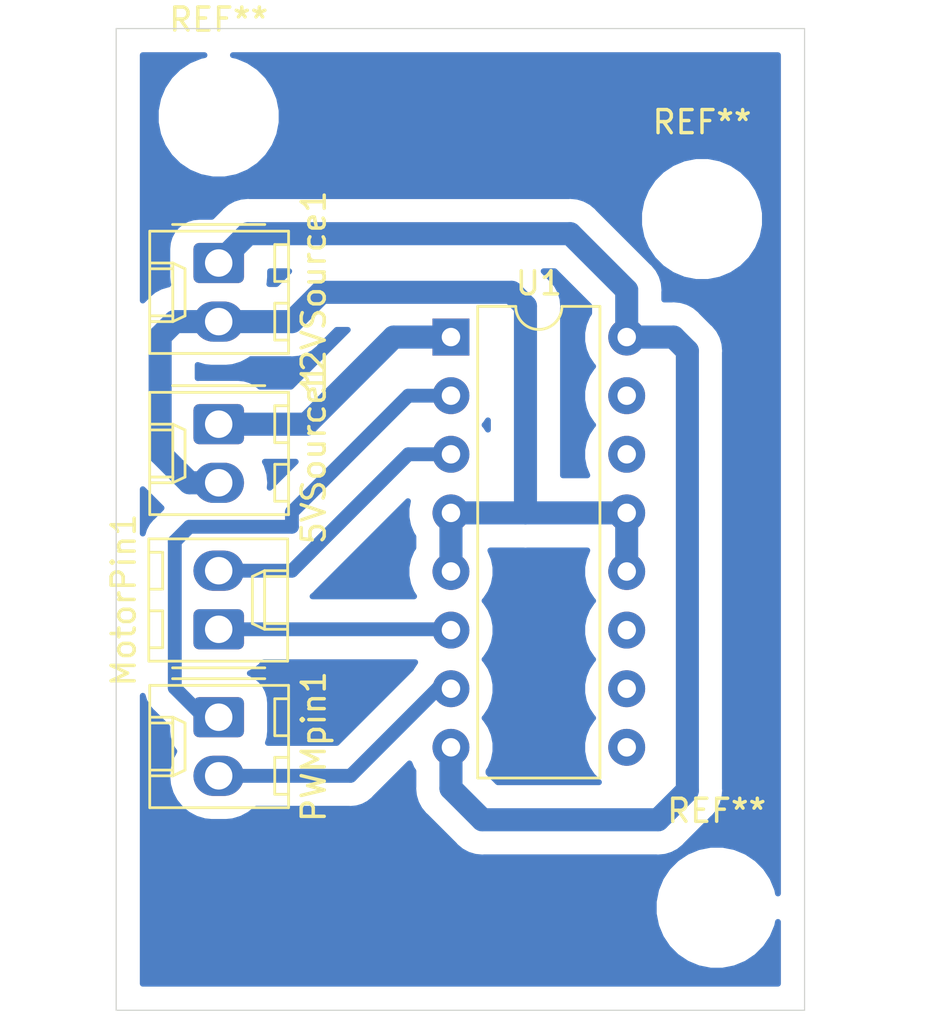
<source format=kicad_pcb>
(kicad_pcb (version 20171130) (host pcbnew "(5.1.12)-1")

  (general
    (thickness 1.6)
    (drawings 4)
    (tracks 44)
    (zones 0)
    (modules 8)
    (nets 13)
  )

  (page A4)
  (layers
    (0 F.Cu signal)
    (31 B.Cu signal)
    (32 B.Adhes user)
    (33 F.Adhes user)
    (34 B.Paste user)
    (35 F.Paste user)
    (36 B.SilkS user)
    (37 F.SilkS user)
    (38 B.Mask user)
    (39 F.Mask user)
    (40 Dwgs.User user)
    (41 Cmts.User user)
    (42 Eco1.User user)
    (43 Eco2.User user)
    (44 Edge.Cuts user)
    (45 Margin user)
    (46 B.CrtYd user)
    (47 F.CrtYd user)
    (48 B.Fab user)
    (49 F.Fab user)
  )

  (setup
    (last_trace_width 1)
    (user_trace_width 0.6)
    (user_trace_width 1)
    (trace_clearance 0.2)
    (zone_clearance 0.508)
    (zone_45_only no)
    (trace_min 0.2)
    (via_size 0.8)
    (via_drill 0.4)
    (via_min_size 0.4)
    (via_min_drill 0.3)
    (uvia_size 0.3)
    (uvia_drill 0.1)
    (uvias_allowed no)
    (uvia_min_size 0.2)
    (uvia_min_drill 0.1)
    (edge_width 0.05)
    (segment_width 0.2)
    (pcb_text_width 0.3)
    (pcb_text_size 1.5 1.5)
    (mod_edge_width 0.12)
    (mod_text_size 1 1)
    (mod_text_width 0.15)
    (pad_size 1.524 1.524)
    (pad_drill 0.762)
    (pad_to_mask_clearance 0)
    (aux_axis_origin 0 0)
    (visible_elements FFFFFF7F)
    (pcbplotparams
      (layerselection 0x010fc_ffffffff)
      (usegerberextensions false)
      (usegerberattributes true)
      (usegerberadvancedattributes true)
      (creategerberjobfile true)
      (excludeedgelayer true)
      (linewidth 0.100000)
      (plotframeref false)
      (viasonmask false)
      (mode 1)
      (useauxorigin false)
      (hpglpennumber 1)
      (hpglpenspeed 20)
      (hpglpendiameter 15.000000)
      (psnegative false)
      (psa4output false)
      (plotreference true)
      (plotvalue true)
      (plotinvisibletext false)
      (padsonsilk false)
      (subtractmaskfromsilk false)
      (outputformat 1)
      (mirror false)
      (drillshape 1)
      (scaleselection 1)
      (outputdirectory ""))
  )

  (net 0 "")
  (net 1 "Net-(12VSource1-Pad2)")
  (net 2 "Net-(12VSource1-Pad1)")
  (net 3 "Net-(5VSource1-Pad1)")
  (net 4 "Net-(MotorPin1-Pad2)")
  (net 5 "Net-(MotorPin1-Pad1)")
  (net 6 "Net-(PWMpin1-Pad2)")
  (net 7 "Net-(PWMpin1-Pad1)")
  (net 8 "Net-(U1-Pad15)")
  (net 9 "Net-(U1-Pad14)")
  (net 10 "Net-(U1-Pad11)")
  (net 11 "Net-(U1-Pad10)")
  (net 12 "Net-(U1-Pad9)")

  (net_class Default "This is the default net class."
    (clearance 0.2)
    (trace_width 0.25)
    (via_dia 0.8)
    (via_drill 0.4)
    (uvia_dia 0.3)
    (uvia_drill 0.1)
    (add_net "Net-(12VSource1-Pad1)")
    (add_net "Net-(12VSource1-Pad2)")
    (add_net "Net-(5VSource1-Pad1)")
    (add_net "Net-(MotorPin1-Pad1)")
    (add_net "Net-(MotorPin1-Pad2)")
    (add_net "Net-(PWMpin1-Pad1)")
    (add_net "Net-(PWMpin1-Pad2)")
    (add_net "Net-(U1-Pad10)")
    (add_net "Net-(U1-Pad11)")
    (add_net "Net-(U1-Pad14)")
    (add_net "Net-(U1-Pad15)")
    (add_net "Net-(U1-Pad9)")
  )

  (module MountingHole:MountingHole_3.2mm_M3 (layer F.Cu) (tedit 56D1B4CB) (tstamp 63518157)
    (at 158.115 113.665)
    (descr "Mounting Hole 3.2mm, no annular, M3")
    (tags "mounting hole 3.2mm no annular m3")
    (attr virtual)
    (fp_text reference REF** (at 0 -4.2) (layer F.SilkS)
      (effects (font (size 1 1) (thickness 0.15)))
    )
    (fp_text value MountingHole_3.2mm_M3 (at 0 4.2) (layer F.Fab)
      (effects (font (size 1 1) (thickness 0.15)))
    )
    (fp_circle (center 0 0) (end 3.2 0) (layer Cmts.User) (width 0.15))
    (fp_circle (center 0 0) (end 3.45 0) (layer F.CrtYd) (width 0.05))
    (fp_text user %R (at 0.3 0) (layer F.Fab)
      (effects (font (size 1 1) (thickness 0.15)))
    )
    (pad 1 np_thru_hole circle (at 0 0) (size 3.2 3.2) (drill 3.2) (layers *.Cu *.Mask))
  )

  (module MountingHole:MountingHole_3.2mm_M3 (layer F.Cu) (tedit 56D1B4CB) (tstamp 63518157)
    (at 136.525 79.375)
    (descr "Mounting Hole 3.2mm, no annular, M3")
    (tags "mounting hole 3.2mm no annular m3")
    (attr virtual)
    (fp_text reference REF** (at 0 -4.2) (layer F.SilkS)
      (effects (font (size 1 1) (thickness 0.15)))
    )
    (fp_text value MountingHole_3.2mm_M3 (at 0 4.2) (layer F.Fab)
      (effects (font (size 1 1) (thickness 0.15)))
    )
    (fp_circle (center 0 0) (end 3.2 0) (layer Cmts.User) (width 0.15))
    (fp_circle (center 0 0) (end 3.45 0) (layer F.CrtYd) (width 0.05))
    (fp_text user %R (at 0.3 0) (layer F.Fab)
      (effects (font (size 1 1) (thickness 0.15)))
    )
    (pad 1 np_thru_hole circle (at 0 0) (size 3.2 3.2) (drill 3.2) (layers *.Cu *.Mask))
  )

  (module MountingHole:MountingHole_3.2mm_M3 (layer F.Cu) (tedit 56D1B4CB) (tstamp 63518137)
    (at 157.48 83.82)
    (descr "Mounting Hole 3.2mm, no annular, M3")
    (tags "mounting hole 3.2mm no annular m3")
    (attr virtual)
    (fp_text reference REF** (at 0 -4.2) (layer F.SilkS)
      (effects (font (size 1 1) (thickness 0.15)))
    )
    (fp_text value MountingHole_3.2mm_M3 (at 0 4.2) (layer F.Fab)
      (effects (font (size 1 1) (thickness 0.15)))
    )
    (fp_text user %R (at 0.3 0) (layer F.Fab)
      (effects (font (size 1 1) (thickness 0.15)))
    )
    (fp_circle (center 0 0) (end 3.2 0) (layer Cmts.User) (width 0.15))
    (fp_circle (center 0 0) (end 3.45 0) (layer F.CrtYd) (width 0.05))
    (pad 1 np_thru_hole circle (at 0 0) (size 3.2 3.2) (drill 3.2) (layers *.Cu *.Mask))
  )

  (module Package_DIP:DIP-16_W7.62mm (layer F.Cu) (tedit 5A02E8C5) (tstamp 63517850)
    (at 146.595 88.935)
    (descr "16-lead though-hole mounted DIP package, row spacing 7.62 mm (300 mils)")
    (tags "THT DIP DIL PDIP 2.54mm 7.62mm 300mil")
    (path /63516B33)
    (fp_text reference U1 (at 3.81 -2.33) (layer F.SilkS)
      (effects (font (size 1 1) (thickness 0.15)))
    )
    (fp_text value L293D (at 3.81 20.11) (layer F.Fab)
      (effects (font (size 1 1) (thickness 0.15)))
    )
    (fp_text user %R (at 3.81 8.89) (layer F.Fab)
      (effects (font (size 1 1) (thickness 0.15)))
    )
    (fp_arc (start 3.81 -1.33) (end 2.81 -1.33) (angle -180) (layer F.SilkS) (width 0.12))
    (fp_line (start 1.635 -1.27) (end 6.985 -1.27) (layer F.Fab) (width 0.1))
    (fp_line (start 6.985 -1.27) (end 6.985 19.05) (layer F.Fab) (width 0.1))
    (fp_line (start 6.985 19.05) (end 0.635 19.05) (layer F.Fab) (width 0.1))
    (fp_line (start 0.635 19.05) (end 0.635 -0.27) (layer F.Fab) (width 0.1))
    (fp_line (start 0.635 -0.27) (end 1.635 -1.27) (layer F.Fab) (width 0.1))
    (fp_line (start 2.81 -1.33) (end 1.16 -1.33) (layer F.SilkS) (width 0.12))
    (fp_line (start 1.16 -1.33) (end 1.16 19.11) (layer F.SilkS) (width 0.12))
    (fp_line (start 1.16 19.11) (end 6.46 19.11) (layer F.SilkS) (width 0.12))
    (fp_line (start 6.46 19.11) (end 6.46 -1.33) (layer F.SilkS) (width 0.12))
    (fp_line (start 6.46 -1.33) (end 4.81 -1.33) (layer F.SilkS) (width 0.12))
    (fp_line (start -1.1 -1.55) (end -1.1 19.3) (layer F.CrtYd) (width 0.05))
    (fp_line (start -1.1 19.3) (end 8.7 19.3) (layer F.CrtYd) (width 0.05))
    (fp_line (start 8.7 19.3) (end 8.7 -1.55) (layer F.CrtYd) (width 0.05))
    (fp_line (start 8.7 -1.55) (end -1.1 -1.55) (layer F.CrtYd) (width 0.05))
    (pad 16 thru_hole oval (at 7.62 0) (size 1.6 1.6) (drill 0.8) (layers *.Cu *.Mask)
      (net 2 "Net-(12VSource1-Pad1)"))
    (pad 8 thru_hole oval (at 0 17.78) (size 1.6 1.6) (drill 0.8) (layers *.Cu *.Mask)
      (net 2 "Net-(12VSource1-Pad1)"))
    (pad 15 thru_hole oval (at 7.62 2.54) (size 1.6 1.6) (drill 0.8) (layers *.Cu *.Mask)
      (net 8 "Net-(U1-Pad15)"))
    (pad 7 thru_hole oval (at 0 15.24) (size 1.6 1.6) (drill 0.8) (layers *.Cu *.Mask)
      (net 6 "Net-(PWMpin1-Pad2)"))
    (pad 14 thru_hole oval (at 7.62 5.08) (size 1.6 1.6) (drill 0.8) (layers *.Cu *.Mask)
      (net 9 "Net-(U1-Pad14)"))
    (pad 6 thru_hole oval (at 0 12.7) (size 1.6 1.6) (drill 0.8) (layers *.Cu *.Mask)
      (net 5 "Net-(MotorPin1-Pad1)"))
    (pad 13 thru_hole oval (at 7.62 7.62) (size 1.6 1.6) (drill 0.8) (layers *.Cu *.Mask)
      (net 1 "Net-(12VSource1-Pad2)"))
    (pad 5 thru_hole oval (at 0 10.16) (size 1.6 1.6) (drill 0.8) (layers *.Cu *.Mask)
      (net 1 "Net-(12VSource1-Pad2)"))
    (pad 12 thru_hole oval (at 7.62 10.16) (size 1.6 1.6) (drill 0.8) (layers *.Cu *.Mask)
      (net 1 "Net-(12VSource1-Pad2)"))
    (pad 4 thru_hole oval (at 0 7.62) (size 1.6 1.6) (drill 0.8) (layers *.Cu *.Mask)
      (net 1 "Net-(12VSource1-Pad2)"))
    (pad 11 thru_hole oval (at 7.62 12.7) (size 1.6 1.6) (drill 0.8) (layers *.Cu *.Mask)
      (net 10 "Net-(U1-Pad11)"))
    (pad 3 thru_hole oval (at 0 5.08) (size 1.6 1.6) (drill 0.8) (layers *.Cu *.Mask)
      (net 4 "Net-(MotorPin1-Pad2)"))
    (pad 10 thru_hole oval (at 7.62 15.24) (size 1.6 1.6) (drill 0.8) (layers *.Cu *.Mask)
      (net 11 "Net-(U1-Pad10)"))
    (pad 2 thru_hole oval (at 0 2.54) (size 1.6 1.6) (drill 0.8) (layers *.Cu *.Mask)
      (net 7 "Net-(PWMpin1-Pad1)"))
    (pad 9 thru_hole oval (at 7.62 17.78) (size 1.6 1.6) (drill 0.8) (layers *.Cu *.Mask)
      (net 12 "Net-(U1-Pad9)"))
    (pad 1 thru_hole rect (at 0 0) (size 1.6 1.6) (drill 0.8) (layers *.Cu *.Mask)
      (net 3 "Net-(5VSource1-Pad1)"))
    (model ${KISYS3DMOD}/Package_DIP.3dshapes/DIP-16_W7.62mm.wrl
      (at (xyz 0 0 0))
      (scale (xyz 1 1 1))
      (rotate (xyz 0 0 0))
    )
  )

  (module Connector_Molex:Molex_KK-254_AE-6410-02A_1x02_P2.54mm_Vertical (layer F.Cu) (tedit 5EA53D3B) (tstamp 6351782C)
    (at 136.525 105.41 270)
    (descr "Molex KK-254 Interconnect System, old/engineering part number: AE-6410-02A example for new part number: 22-27-2021, 2 Pins (http://www.molex.com/pdm_docs/sd/022272021_sd.pdf), generated with kicad-footprint-generator")
    (tags "connector Molex KK-254 vertical")
    (path /63518C42)
    (fp_text reference PWMpin1 (at 1.27 -4.12 90) (layer F.SilkS)
      (effects (font (size 1 1) (thickness 0.15)))
    )
    (fp_text value Conn_01x02_Male (at 1.27 4.08 90) (layer F.Fab)
      (effects (font (size 1 1) (thickness 0.15)))
    )
    (fp_text user %R (at 1.27 -2.22 90) (layer F.Fab)
      (effects (font (size 1 1) (thickness 0.15)))
    )
    (fp_line (start -1.27 -2.92) (end -1.27 2.88) (layer F.Fab) (width 0.1))
    (fp_line (start -1.27 2.88) (end 3.81 2.88) (layer F.Fab) (width 0.1))
    (fp_line (start 3.81 2.88) (end 3.81 -2.92) (layer F.Fab) (width 0.1))
    (fp_line (start 3.81 -2.92) (end -1.27 -2.92) (layer F.Fab) (width 0.1))
    (fp_line (start -1.38 -3.03) (end -1.38 2.99) (layer F.SilkS) (width 0.12))
    (fp_line (start -1.38 2.99) (end 3.92 2.99) (layer F.SilkS) (width 0.12))
    (fp_line (start 3.92 2.99) (end 3.92 -3.03) (layer F.SilkS) (width 0.12))
    (fp_line (start 3.92 -3.03) (end -1.38 -3.03) (layer F.SilkS) (width 0.12))
    (fp_line (start -1.67 -2) (end -1.67 2) (layer F.SilkS) (width 0.12))
    (fp_line (start -1.27 -0.5) (end -0.562893 0) (layer F.Fab) (width 0.1))
    (fp_line (start -0.562893 0) (end -1.27 0.5) (layer F.Fab) (width 0.1))
    (fp_line (start 0 2.99) (end 0 1.99) (layer F.SilkS) (width 0.12))
    (fp_line (start 0 1.99) (end 2.54 1.99) (layer F.SilkS) (width 0.12))
    (fp_line (start 2.54 1.99) (end 2.54 2.99) (layer F.SilkS) (width 0.12))
    (fp_line (start 0 1.99) (end 0.25 1.46) (layer F.SilkS) (width 0.12))
    (fp_line (start 0.25 1.46) (end 2.29 1.46) (layer F.SilkS) (width 0.12))
    (fp_line (start 2.29 1.46) (end 2.54 1.99) (layer F.SilkS) (width 0.12))
    (fp_line (start 0.25 2.99) (end 0.25 1.99) (layer F.SilkS) (width 0.12))
    (fp_line (start 2.29 2.99) (end 2.29 1.99) (layer F.SilkS) (width 0.12))
    (fp_line (start -0.8 -3.03) (end -0.8 -2.43) (layer F.SilkS) (width 0.12))
    (fp_line (start -0.8 -2.43) (end 0.8 -2.43) (layer F.SilkS) (width 0.12))
    (fp_line (start 0.8 -2.43) (end 0.8 -3.03) (layer F.SilkS) (width 0.12))
    (fp_line (start 1.74 -3.03) (end 1.74 -2.43) (layer F.SilkS) (width 0.12))
    (fp_line (start 1.74 -2.43) (end 3.34 -2.43) (layer F.SilkS) (width 0.12))
    (fp_line (start 3.34 -2.43) (end 3.34 -3.03) (layer F.SilkS) (width 0.12))
    (fp_line (start -1.77 -3.42) (end -1.77 3.38) (layer F.CrtYd) (width 0.05))
    (fp_line (start -1.77 3.38) (end 4.31 3.38) (layer F.CrtYd) (width 0.05))
    (fp_line (start 4.31 3.38) (end 4.31 -3.42) (layer F.CrtYd) (width 0.05))
    (fp_line (start 4.31 -3.42) (end -1.77 -3.42) (layer F.CrtYd) (width 0.05))
    (pad 2 thru_hole oval (at 2.54 0 270) (size 1.74 2.19) (drill 1.19) (layers *.Cu *.Mask)
      (net 6 "Net-(PWMpin1-Pad2)"))
    (pad 1 thru_hole roundrect (at 0 0 270) (size 1.74 2.19) (drill 1.19) (layers *.Cu *.Mask) (roundrect_rratio 0.143678)
      (net 7 "Net-(PWMpin1-Pad1)"))
    (model ${KISYS3DMOD}/Connector_Molex.3dshapes/Molex_KK-254_AE-6410-02A_1x02_P2.54mm_Vertical.wrl
      (at (xyz 0 0 0))
      (scale (xyz 1 1 1))
      (rotate (xyz 0 0 0))
    )
  )

  (module Connector_Molex:Molex_KK-254_AE-6410-02A_1x02_P2.54mm_Vertical (layer F.Cu) (tedit 5EA53D3B) (tstamp 63517808)
    (at 136.525 101.6 90)
    (descr "Molex KK-254 Interconnect System, old/engineering part number: AE-6410-02A example for new part number: 22-27-2021, 2 Pins (http://www.molex.com/pdm_docs/sd/022272021_sd.pdf), generated with kicad-footprint-generator")
    (tags "connector Molex KK-254 vertical")
    (path /6351A1A5)
    (fp_text reference MotorPin1 (at 1.27 -4.12 90) (layer F.SilkS)
      (effects (font (size 1 1) (thickness 0.15)))
    )
    (fp_text value Conn_01x02_Male (at 1.27 4.08 90) (layer F.Fab)
      (effects (font (size 1 1) (thickness 0.15)))
    )
    (fp_text user %R (at 1.27 -2.22 90) (layer F.Fab)
      (effects (font (size 1 1) (thickness 0.15)))
    )
    (fp_line (start -1.27 -2.92) (end -1.27 2.88) (layer F.Fab) (width 0.1))
    (fp_line (start -1.27 2.88) (end 3.81 2.88) (layer F.Fab) (width 0.1))
    (fp_line (start 3.81 2.88) (end 3.81 -2.92) (layer F.Fab) (width 0.1))
    (fp_line (start 3.81 -2.92) (end -1.27 -2.92) (layer F.Fab) (width 0.1))
    (fp_line (start -1.38 -3.03) (end -1.38 2.99) (layer F.SilkS) (width 0.12))
    (fp_line (start -1.38 2.99) (end 3.92 2.99) (layer F.SilkS) (width 0.12))
    (fp_line (start 3.92 2.99) (end 3.92 -3.03) (layer F.SilkS) (width 0.12))
    (fp_line (start 3.92 -3.03) (end -1.38 -3.03) (layer F.SilkS) (width 0.12))
    (fp_line (start -1.67 -2) (end -1.67 2) (layer F.SilkS) (width 0.12))
    (fp_line (start -1.27 -0.5) (end -0.562893 0) (layer F.Fab) (width 0.1))
    (fp_line (start -0.562893 0) (end -1.27 0.5) (layer F.Fab) (width 0.1))
    (fp_line (start 0 2.99) (end 0 1.99) (layer F.SilkS) (width 0.12))
    (fp_line (start 0 1.99) (end 2.54 1.99) (layer F.SilkS) (width 0.12))
    (fp_line (start 2.54 1.99) (end 2.54 2.99) (layer F.SilkS) (width 0.12))
    (fp_line (start 0 1.99) (end 0.25 1.46) (layer F.SilkS) (width 0.12))
    (fp_line (start 0.25 1.46) (end 2.29 1.46) (layer F.SilkS) (width 0.12))
    (fp_line (start 2.29 1.46) (end 2.54 1.99) (layer F.SilkS) (width 0.12))
    (fp_line (start 0.25 2.99) (end 0.25 1.99) (layer F.SilkS) (width 0.12))
    (fp_line (start 2.29 2.99) (end 2.29 1.99) (layer F.SilkS) (width 0.12))
    (fp_line (start -0.8 -3.03) (end -0.8 -2.43) (layer F.SilkS) (width 0.12))
    (fp_line (start -0.8 -2.43) (end 0.8 -2.43) (layer F.SilkS) (width 0.12))
    (fp_line (start 0.8 -2.43) (end 0.8 -3.03) (layer F.SilkS) (width 0.12))
    (fp_line (start 1.74 -3.03) (end 1.74 -2.43) (layer F.SilkS) (width 0.12))
    (fp_line (start 1.74 -2.43) (end 3.34 -2.43) (layer F.SilkS) (width 0.12))
    (fp_line (start 3.34 -2.43) (end 3.34 -3.03) (layer F.SilkS) (width 0.12))
    (fp_line (start -1.77 -3.42) (end -1.77 3.38) (layer F.CrtYd) (width 0.05))
    (fp_line (start -1.77 3.38) (end 4.31 3.38) (layer F.CrtYd) (width 0.05))
    (fp_line (start 4.31 3.38) (end 4.31 -3.42) (layer F.CrtYd) (width 0.05))
    (fp_line (start 4.31 -3.42) (end -1.77 -3.42) (layer F.CrtYd) (width 0.05))
    (pad 2 thru_hole oval (at 2.54 0 90) (size 1.74 2.19) (drill 1.19) (layers *.Cu *.Mask)
      (net 4 "Net-(MotorPin1-Pad2)"))
    (pad 1 thru_hole roundrect (at 0 0 90) (size 1.74 2.19) (drill 1.19) (layers *.Cu *.Mask) (roundrect_rratio 0.143678)
      (net 5 "Net-(MotorPin1-Pad1)"))
    (model ${KISYS3DMOD}/Connector_Molex.3dshapes/Molex_KK-254_AE-6410-02A_1x02_P2.54mm_Vertical.wrl
      (at (xyz 0 0 0))
      (scale (xyz 1 1 1))
      (rotate (xyz 0 0 0))
    )
  )

  (module Connector_Molex:Molex_KK-254_AE-6410-02A_1x02_P2.54mm_Vertical (layer F.Cu) (tedit 5EA53D3B) (tstamp 635177E4)
    (at 136.525 92.71 270)
    (descr "Molex KK-254 Interconnect System, old/engineering part number: AE-6410-02A example for new part number: 22-27-2021, 2 Pins (http://www.molex.com/pdm_docs/sd/022272021_sd.pdf), generated with kicad-footprint-generator")
    (tags "connector Molex KK-254 vertical")
    (path /6351845C)
    (fp_text reference 5VSource1 (at 1.27 -4.12 90) (layer F.SilkS)
      (effects (font (size 1 1) (thickness 0.15)))
    )
    (fp_text value Conn_01x02_Male (at 1.27 4.08 90) (layer F.Fab)
      (effects (font (size 1 1) (thickness 0.15)))
    )
    (fp_text user %R (at 1.27 -2.22 90) (layer F.Fab)
      (effects (font (size 1 1) (thickness 0.15)))
    )
    (fp_line (start -1.27 -2.92) (end -1.27 2.88) (layer F.Fab) (width 0.1))
    (fp_line (start -1.27 2.88) (end 3.81 2.88) (layer F.Fab) (width 0.1))
    (fp_line (start 3.81 2.88) (end 3.81 -2.92) (layer F.Fab) (width 0.1))
    (fp_line (start 3.81 -2.92) (end -1.27 -2.92) (layer F.Fab) (width 0.1))
    (fp_line (start -1.38 -3.03) (end -1.38 2.99) (layer F.SilkS) (width 0.12))
    (fp_line (start -1.38 2.99) (end 3.92 2.99) (layer F.SilkS) (width 0.12))
    (fp_line (start 3.92 2.99) (end 3.92 -3.03) (layer F.SilkS) (width 0.12))
    (fp_line (start 3.92 -3.03) (end -1.38 -3.03) (layer F.SilkS) (width 0.12))
    (fp_line (start -1.67 -2) (end -1.67 2) (layer F.SilkS) (width 0.12))
    (fp_line (start -1.27 -0.5) (end -0.562893 0) (layer F.Fab) (width 0.1))
    (fp_line (start -0.562893 0) (end -1.27 0.5) (layer F.Fab) (width 0.1))
    (fp_line (start 0 2.99) (end 0 1.99) (layer F.SilkS) (width 0.12))
    (fp_line (start 0 1.99) (end 2.54 1.99) (layer F.SilkS) (width 0.12))
    (fp_line (start 2.54 1.99) (end 2.54 2.99) (layer F.SilkS) (width 0.12))
    (fp_line (start 0 1.99) (end 0.25 1.46) (layer F.SilkS) (width 0.12))
    (fp_line (start 0.25 1.46) (end 2.29 1.46) (layer F.SilkS) (width 0.12))
    (fp_line (start 2.29 1.46) (end 2.54 1.99) (layer F.SilkS) (width 0.12))
    (fp_line (start 0.25 2.99) (end 0.25 1.99) (layer F.SilkS) (width 0.12))
    (fp_line (start 2.29 2.99) (end 2.29 1.99) (layer F.SilkS) (width 0.12))
    (fp_line (start -0.8 -3.03) (end -0.8 -2.43) (layer F.SilkS) (width 0.12))
    (fp_line (start -0.8 -2.43) (end 0.8 -2.43) (layer F.SilkS) (width 0.12))
    (fp_line (start 0.8 -2.43) (end 0.8 -3.03) (layer F.SilkS) (width 0.12))
    (fp_line (start 1.74 -3.03) (end 1.74 -2.43) (layer F.SilkS) (width 0.12))
    (fp_line (start 1.74 -2.43) (end 3.34 -2.43) (layer F.SilkS) (width 0.12))
    (fp_line (start 3.34 -2.43) (end 3.34 -3.03) (layer F.SilkS) (width 0.12))
    (fp_line (start -1.77 -3.42) (end -1.77 3.38) (layer F.CrtYd) (width 0.05))
    (fp_line (start -1.77 3.38) (end 4.31 3.38) (layer F.CrtYd) (width 0.05))
    (fp_line (start 4.31 3.38) (end 4.31 -3.42) (layer F.CrtYd) (width 0.05))
    (fp_line (start 4.31 -3.42) (end -1.77 -3.42) (layer F.CrtYd) (width 0.05))
    (pad 2 thru_hole oval (at 2.54 0 270) (size 1.74 2.19) (drill 1.19) (layers *.Cu *.Mask)
      (net 1 "Net-(12VSource1-Pad2)"))
    (pad 1 thru_hole roundrect (at 0 0 270) (size 1.74 2.19) (drill 1.19) (layers *.Cu *.Mask) (roundrect_rratio 0.143678)
      (net 3 "Net-(5VSource1-Pad1)"))
    (model ${KISYS3DMOD}/Connector_Molex.3dshapes/Molex_KK-254_AE-6410-02A_1x02_P2.54mm_Vertical.wrl
      (at (xyz 0 0 0))
      (scale (xyz 1 1 1))
      (rotate (xyz 0 0 0))
    )
  )

  (module Connector_Molex:Molex_KK-254_AE-6410-02A_1x02_P2.54mm_Vertical (layer F.Cu) (tedit 5EA53D3B) (tstamp 635177C0)
    (at 136.525 85.725 270)
    (descr "Molex KK-254 Interconnect System, old/engineering part number: AE-6410-02A example for new part number: 22-27-2021, 2 Pins (http://www.molex.com/pdm_docs/sd/022272021_sd.pdf), generated with kicad-footprint-generator")
    (tags "connector Molex KK-254 vertical")
    (path /6351794D)
    (fp_text reference 12VSource1 (at 1.27 -4.12 90) (layer F.SilkS)
      (effects (font (size 1 1) (thickness 0.15)))
    )
    (fp_text value Conn_01x02_Male (at 1.27 4.08 90) (layer F.Fab)
      (effects (font (size 1 1) (thickness 0.15)))
    )
    (fp_text user %R (at 1.27 -2.22 90) (layer F.Fab)
      (effects (font (size 1 1) (thickness 0.15)))
    )
    (fp_line (start -1.27 -2.92) (end -1.27 2.88) (layer F.Fab) (width 0.1))
    (fp_line (start -1.27 2.88) (end 3.81 2.88) (layer F.Fab) (width 0.1))
    (fp_line (start 3.81 2.88) (end 3.81 -2.92) (layer F.Fab) (width 0.1))
    (fp_line (start 3.81 -2.92) (end -1.27 -2.92) (layer F.Fab) (width 0.1))
    (fp_line (start -1.38 -3.03) (end -1.38 2.99) (layer F.SilkS) (width 0.12))
    (fp_line (start -1.38 2.99) (end 3.92 2.99) (layer F.SilkS) (width 0.12))
    (fp_line (start 3.92 2.99) (end 3.92 -3.03) (layer F.SilkS) (width 0.12))
    (fp_line (start 3.92 -3.03) (end -1.38 -3.03) (layer F.SilkS) (width 0.12))
    (fp_line (start -1.67 -2) (end -1.67 2) (layer F.SilkS) (width 0.12))
    (fp_line (start -1.27 -0.5) (end -0.562893 0) (layer F.Fab) (width 0.1))
    (fp_line (start -0.562893 0) (end -1.27 0.5) (layer F.Fab) (width 0.1))
    (fp_line (start 0 2.99) (end 0 1.99) (layer F.SilkS) (width 0.12))
    (fp_line (start 0 1.99) (end 2.54 1.99) (layer F.SilkS) (width 0.12))
    (fp_line (start 2.54 1.99) (end 2.54 2.99) (layer F.SilkS) (width 0.12))
    (fp_line (start 0 1.99) (end 0.25 1.46) (layer F.SilkS) (width 0.12))
    (fp_line (start 0.25 1.46) (end 2.29 1.46) (layer F.SilkS) (width 0.12))
    (fp_line (start 2.29 1.46) (end 2.54 1.99) (layer F.SilkS) (width 0.12))
    (fp_line (start 0.25 2.99) (end 0.25 1.99) (layer F.SilkS) (width 0.12))
    (fp_line (start 2.29 2.99) (end 2.29 1.99) (layer F.SilkS) (width 0.12))
    (fp_line (start -0.8 -3.03) (end -0.8 -2.43) (layer F.SilkS) (width 0.12))
    (fp_line (start -0.8 -2.43) (end 0.8 -2.43) (layer F.SilkS) (width 0.12))
    (fp_line (start 0.8 -2.43) (end 0.8 -3.03) (layer F.SilkS) (width 0.12))
    (fp_line (start 1.74 -3.03) (end 1.74 -2.43) (layer F.SilkS) (width 0.12))
    (fp_line (start 1.74 -2.43) (end 3.34 -2.43) (layer F.SilkS) (width 0.12))
    (fp_line (start 3.34 -2.43) (end 3.34 -3.03) (layer F.SilkS) (width 0.12))
    (fp_line (start -1.77 -3.42) (end -1.77 3.38) (layer F.CrtYd) (width 0.05))
    (fp_line (start -1.77 3.38) (end 4.31 3.38) (layer F.CrtYd) (width 0.05))
    (fp_line (start 4.31 3.38) (end 4.31 -3.42) (layer F.CrtYd) (width 0.05))
    (fp_line (start 4.31 -3.42) (end -1.77 -3.42) (layer F.CrtYd) (width 0.05))
    (pad 2 thru_hole oval (at 2.54 0 270) (size 1.74 2.19) (drill 1.19) (layers *.Cu *.Mask)
      (net 1 "Net-(12VSource1-Pad2)"))
    (pad 1 thru_hole roundrect (at 0 0 270) (size 1.74 2.19) (drill 1.19) (layers *.Cu *.Mask) (roundrect_rratio 0.143678)
      (net 2 "Net-(12VSource1-Pad1)"))
    (model ${KISYS3DMOD}/Connector_Molex.3dshapes/Molex_KK-254_AE-6410-02A_1x02_P2.54mm_Vertical.wrl
      (at (xyz 0 0 0))
      (scale (xyz 1 1 1))
      (rotate (xyz 0 0 0))
    )
  )

  (gr_line (start 161.925 75.565) (end 161.925 118.11) (layer Edge.Cuts) (width 0.05) (tstamp 63518170))
  (gr_line (start 132.08 75.565) (end 161.925 75.565) (layer Edge.Cuts) (width 0.05))
  (gr_line (start 132.08 118.11) (end 132.08 75.565) (layer Edge.Cuts) (width 0.05))
  (gr_line (start 161.925 118.11) (end 132.08 118.11) (layer Edge.Cuts) (width 0.05))

  (segment (start 146.595 99.095) (end 146.595 96.555) (width 1) (layer B.Cu) (net 1))
  (segment (start 154.215 99.095) (end 154.215 96.555) (width 1) (layer B.Cu) (net 1))
  (segment (start 149.825 96.555) (end 149.825 87.595) (width 1) (layer B.Cu) (net 1))
  (segment (start 154.215 96.555) (end 149.825 96.555) (width 1) (layer B.Cu) (net 1))
  (segment (start 149.825 96.555) (end 146.595 96.555) (width 1) (layer B.Cu) (net 1))
  (segment (start 149.825 87.595) (end 149.225 86.995) (width 1) (layer B.Cu) (net 1))
  (segment (start 149.225 86.995) (end 140.97 86.995) (width 1) (layer B.Cu) (net 1))
  (segment (start 139.7 88.265) (end 136.525 88.265) (width 1) (layer B.Cu) (net 1))
  (segment (start 140.97 86.995) (end 139.7 88.265) (width 1) (layer B.Cu) (net 1))
  (segment (start 136.525 88.265) (end 134.62 88.265) (width 1) (layer B.Cu) (net 1))
  (segment (start 134.62 88.265) (end 133.985 88.9) (width 1) (layer B.Cu) (net 1))
  (segment (start 133.985 88.9) (end 133.985 93.98) (width 1) (layer B.Cu) (net 1))
  (segment (start 135.255 95.25) (end 136.525 95.25) (width 1) (layer B.Cu) (net 1))
  (segment (start 133.985 93.98) (end 135.255 95.25) (width 1) (layer B.Cu) (net 1))
  (segment (start 146.595 106.715) (end 146.595 108.495) (width 1) (layer B.Cu) (net 2))
  (segment (start 146.595 108.495) (end 147.955 109.855) (width 1) (layer B.Cu) (net 2))
  (segment (start 147.955 109.855) (end 155.575 109.855) (width 1) (layer B.Cu) (net 2))
  (segment (start 155.575 109.855) (end 156.845 108.585) (width 1) (layer B.Cu) (net 2))
  (segment (start 156.845 108.585) (end 156.845 89.535) (width 1) (layer B.Cu) (net 2))
  (segment (start 156.245 88.935) (end 154.215 88.935) (width 1) (layer B.Cu) (net 2))
  (segment (start 156.845 89.535) (end 156.245 88.935) (width 1) (layer B.Cu) (net 2))
  (segment (start 154.215 86.905) (end 154.215 88.935) (width 1) (layer B.Cu) (net 2))
  (segment (start 151.765 84.455) (end 154.215 86.905) (width 1) (layer B.Cu) (net 2))
  (segment (start 137.795 84.455) (end 151.765 84.455) (width 1) (layer B.Cu) (net 2))
  (segment (start 136.525 85.725) (end 137.795 84.455) (width 1) (layer B.Cu) (net 2))
  (segment (start 136.525 92.71) (end 140.335 92.71) (width 1) (layer B.Cu) (net 3))
  (segment (start 144.11 88.935) (end 146.595 88.935) (width 1) (layer B.Cu) (net 3))
  (segment (start 140.335 92.71) (end 144.11 88.935) (width 1) (layer B.Cu) (net 3))
  (segment (start 136.525 99.06) (end 139.7 99.06) (width 0.6) (layer B.Cu) (net 4))
  (segment (start 144.745 94.015) (end 146.595 94.015) (width 0.6) (layer B.Cu) (net 4))
  (segment (start 139.7 99.06) (end 144.745 94.015) (width 0.6) (layer B.Cu) (net 4))
  (segment (start 146.56 101.6) (end 146.595 101.635) (width 0.6) (layer B.Cu) (net 5))
  (segment (start 136.525 101.6) (end 146.56 101.6) (width 0.6) (layer B.Cu) (net 5))
  (segment (start 146.015 104.175) (end 146.595 104.175) (width 0.6) (layer B.Cu) (net 6))
  (segment (start 142.24 107.95) (end 146.015 104.175) (width 0.6) (layer B.Cu) (net 6))
  (segment (start 136.525 107.95) (end 142.24 107.95) (width 0.6) (layer B.Cu) (net 6))
  (segment (start 136.525 105.41) (end 135.89 105.41) (width 0.6) (layer B.Cu) (net 7))
  (segment (start 135.89 105.41) (end 134.62 104.14) (width 0.6) (layer B.Cu) (net 7))
  (segment (start 134.62 104.14) (end 134.62 97.79) (width 0.6) (layer B.Cu) (net 7))
  (segment (start 134.62 97.79) (end 135.255 97.155) (width 0.6) (layer B.Cu) (net 7))
  (segment (start 135.255 97.155) (end 139.7 97.155) (width 0.6) (layer B.Cu) (net 7))
  (segment (start 139.7 97.155) (end 139.7 96.52) (width 0.6) (layer B.Cu) (net 7))
  (segment (start 144.745 91.475) (end 146.595 91.475) (width 0.6) (layer B.Cu) (net 7))
  (segment (start 139.7 96.52) (end 144.745 91.475) (width 0.6) (layer B.Cu) (net 7))

  (zone (net 0) (net_name "") (layer B.Cu) (tstamp 0) (hatch edge 0.508)
    (connect_pads (clearance 1))
    (min_thickness 0.254)
    (fill yes (arc_segments 32) (thermal_gap 0.508) (thermal_bridge_width 0.508))
    (polygon
      (pts
        (xy 161.925 118.11) (xy 132.08 118.11) (xy 132.08 75.565) (xy 161.925 75.565)
      )
    )
    (filled_polygon
      (pts
        (xy 135.729563 76.752797) (xy 135.233281 76.958364) (xy 134.786639 77.256801) (xy 134.406801 77.636639) (xy 134.108364 78.083281)
        (xy 133.902797 78.579563) (xy 133.798 79.106414) (xy 133.798 79.643586) (xy 133.902797 80.170437) (xy 134.108364 80.666719)
        (xy 134.406801 81.113361) (xy 134.786639 81.493199) (xy 135.233281 81.791636) (xy 135.729563 81.997203) (xy 136.256414 82.102)
        (xy 136.793586 82.102) (xy 137.320437 81.997203) (xy 137.816719 81.791636) (xy 138.263361 81.493199) (xy 138.643199 81.113361)
        (xy 138.941636 80.666719) (xy 139.147203 80.170437) (xy 139.252 79.643586) (xy 139.252 79.106414) (xy 139.147203 78.579563)
        (xy 138.941636 78.083281) (xy 138.643199 77.636639) (xy 138.263361 77.256801) (xy 137.816719 76.958364) (xy 137.320437 76.752797)
        (xy 137.140473 76.717) (xy 160.773 76.717) (xy 160.773001 113.049531) (xy 160.737203 112.869563) (xy 160.531636 112.373281)
        (xy 160.233199 111.926639) (xy 159.853361 111.546801) (xy 159.406719 111.248364) (xy 158.910437 111.042797) (xy 158.383586 110.938)
        (xy 157.846414 110.938) (xy 157.319563 111.042797) (xy 156.823281 111.248364) (xy 156.376639 111.546801) (xy 155.996801 111.926639)
        (xy 155.698364 112.373281) (xy 155.492797 112.869563) (xy 155.388 113.396414) (xy 155.388 113.933586) (xy 155.492797 114.460437)
        (xy 155.698364 114.956719) (xy 155.996801 115.403361) (xy 156.376639 115.783199) (xy 156.823281 116.081636) (xy 157.319563 116.287203)
        (xy 157.846414 116.392) (xy 158.383586 116.392) (xy 158.910437 116.287203) (xy 159.406719 116.081636) (xy 159.853361 115.783199)
        (xy 160.233199 115.403361) (xy 160.531636 114.956719) (xy 160.737203 114.460437) (xy 160.773001 114.280468) (xy 160.773001 116.958)
        (xy 133.232 116.958) (xy 133.232 104.480239) (xy 133.295245 104.68873) (xy 133.427752 104.936633) (xy 133.460641 104.976708)
        (xy 133.561392 105.099474) (xy 133.561395 105.099477) (xy 133.606077 105.153922) (xy 133.660523 105.198605) (xy 134.297547 105.835629)
        (xy 134.297547 106.030001) (xy 134.32411 106.299704) (xy 134.40278 106.559042) (xy 134.530532 106.79805) (xy 134.603701 106.887207)
        (xy 134.446086 107.182084) (xy 134.331895 107.55852) (xy 134.293338 107.95) (xy 134.331895 108.34148) (xy 134.446086 108.717916)
        (xy 134.631522 109.064842) (xy 134.881076 109.368924) (xy 135.185158 109.618478) (xy 135.532084 109.803914) (xy 135.90852 109.918105)
        (xy 136.201899 109.947) (xy 136.848101 109.947) (xy 137.14148 109.918105) (xy 137.517916 109.803914) (xy 137.864842 109.618478)
        (xy 138.159083 109.377) (xy 142.169912 109.377) (xy 142.24 109.383903) (xy 142.310088 109.377) (xy 142.310098 109.377)
        (xy 142.519741 109.356352) (xy 142.788731 109.274755) (xy 143.036634 109.142248) (xy 143.253923 108.963923) (xy 143.298609 108.909473)
        (xy 144.797394 107.410689) (xy 144.887315 107.627777) (xy 144.968 107.748531) (xy 144.968 108.415086) (xy 144.960129 108.495)
        (xy 144.968 108.574914) (xy 144.968 108.574925) (xy 144.984913 108.746634) (xy 144.991543 108.813947) (xy 145.084576 109.120638)
        (xy 145.235654 109.403285) (xy 145.388022 109.588947) (xy 145.388026 109.588951) (xy 145.438972 109.651029) (xy 145.50105 109.701975)
        (xy 146.74802 110.948945) (xy 146.798971 111.011029) (xy 146.861053 111.061978) (xy 147.046713 111.214346) (xy 147.32936 111.365424)
        (xy 147.329362 111.365425) (xy 147.636052 111.458458) (xy 147.875075 111.482) (xy 147.875085 111.482) (xy 147.954999 111.489871)
        (xy 148.034914 111.482) (xy 155.495086 111.482) (xy 155.575 111.489871) (xy 155.654914 111.482) (xy 155.654925 111.482)
        (xy 155.893948 111.458458) (xy 156.200638 111.365425) (xy 156.483286 111.214346) (xy 156.731029 111.011029) (xy 156.781979 110.948946)
        (xy 157.938952 109.791974) (xy 158.001029 109.741029) (xy 158.051975 109.678951) (xy 158.051978 109.678948) (xy 158.204346 109.493286)
        (xy 158.355424 109.21064) (xy 158.355425 109.210637) (xy 158.448458 108.903948) (xy 158.472 108.664925) (xy 158.472 108.664915)
        (xy 158.479871 108.585001) (xy 158.472 108.505086) (xy 158.472 89.614914) (xy 158.479871 89.534999) (xy 158.472 89.455085)
        (xy 158.472 89.455075) (xy 158.448458 89.216052) (xy 158.355425 88.909362) (xy 158.204346 88.626714) (xy 158.001029 88.378971)
        (xy 157.938945 88.32802) (xy 157.45198 87.841055) (xy 157.401029 87.778971) (xy 157.153286 87.575654) (xy 156.870638 87.424575)
        (xy 156.563948 87.331542) (xy 156.324925 87.308) (xy 156.324914 87.308) (xy 156.245 87.300129) (xy 156.165086 87.308)
        (xy 155.842 87.308) (xy 155.842 86.984914) (xy 155.849871 86.904999) (xy 155.842 86.825085) (xy 155.842 86.825075)
        (xy 155.818458 86.586052) (xy 155.725425 86.279362) (xy 155.574346 85.996714) (xy 155.424681 85.814346) (xy 155.421978 85.811052)
        (xy 155.421975 85.811049) (xy 155.371029 85.748971) (xy 155.308952 85.698026) (xy 153.16234 83.551414) (xy 154.753 83.551414)
        (xy 154.753 84.088586) (xy 154.857797 84.615437) (xy 155.063364 85.111719) (xy 155.361801 85.558361) (xy 155.741639 85.938199)
        (xy 156.188281 86.236636) (xy 156.684563 86.442203) (xy 157.211414 86.547) (xy 157.748586 86.547) (xy 158.275437 86.442203)
        (xy 158.771719 86.236636) (xy 159.218361 85.938199) (xy 159.598199 85.558361) (xy 159.896636 85.111719) (xy 160.102203 84.615437)
        (xy 160.207 84.088586) (xy 160.207 83.551414) (xy 160.102203 83.024563) (xy 159.896636 82.528281) (xy 159.598199 82.081639)
        (xy 159.218361 81.701801) (xy 158.771719 81.403364) (xy 158.275437 81.197797) (xy 157.748586 81.093) (xy 157.211414 81.093)
        (xy 156.684563 81.197797) (xy 156.188281 81.403364) (xy 155.741639 81.701801) (xy 155.361801 82.081639) (xy 155.063364 82.528281)
        (xy 154.857797 83.024563) (xy 154.753 83.551414) (xy 153.16234 83.551414) (xy 152.971979 83.361054) (xy 152.921029 83.298971)
        (xy 152.673286 83.095654) (xy 152.390638 82.944575) (xy 152.083948 82.851542) (xy 151.844925 82.828) (xy 151.844914 82.828)
        (xy 151.765 82.820129) (xy 151.685086 82.828) (xy 137.874914 82.828) (xy 137.794999 82.820129) (xy 137.715085 82.828)
        (xy 137.715075 82.828) (xy 137.476052 82.851542) (xy 137.169362 82.944575) (xy 137.16936 82.944576) (xy 136.886714 83.095654)
        (xy 136.701052 83.248022) (xy 136.701049 83.248025) (xy 136.638971 83.298971) (xy 136.588025 83.361049) (xy 136.226527 83.722547)
        (xy 135.679999 83.722547) (xy 135.410296 83.74911) (xy 135.150958 83.82778) (xy 134.91195 83.955532) (xy 134.702458 84.127458)
        (xy 134.530532 84.33695) (xy 134.40278 84.575958) (xy 134.32411 84.835296) (xy 134.297547 85.104999) (xy 134.297547 86.345001)
        (xy 134.32411 86.614704) (xy 134.337237 86.657978) (xy 134.301052 86.661542) (xy 133.994362 86.754575) (xy 133.711714 86.905654)
        (xy 133.463971 87.108971) (xy 133.413017 87.171059) (xy 133.232 87.352076) (xy 133.232 76.717) (xy 135.909527 76.717)
      )
    )
    (filled_polygon
      (pts
        (xy 149.825 98.189872) (xy 149.904925 98.182) (xy 152.507464 98.182) (xy 152.507315 98.182223) (xy 152.362053 98.532915)
        (xy 152.288 98.905207) (xy 152.288 99.284793) (xy 152.362053 99.657085) (xy 152.507315 100.007777) (xy 152.718201 100.323391)
        (xy 152.75981 100.365) (xy 152.718201 100.406609) (xy 152.507315 100.722223) (xy 152.362053 101.072915) (xy 152.288 101.445207)
        (xy 152.288 101.824793) (xy 152.362053 102.197085) (xy 152.507315 102.547777) (xy 152.718201 102.863391) (xy 152.75981 102.905)
        (xy 152.718201 102.946609) (xy 152.507315 103.262223) (xy 152.362053 103.612915) (xy 152.288 103.985207) (xy 152.288 104.364793)
        (xy 152.362053 104.737085) (xy 152.507315 105.087777) (xy 152.718201 105.403391) (xy 152.75981 105.445) (xy 152.718201 105.486609)
        (xy 152.507315 105.802223) (xy 152.362053 106.152915) (xy 152.288 106.525207) (xy 152.288 106.904793) (xy 152.362053 107.277085)
        (xy 152.507315 107.627777) (xy 152.718201 107.943391) (xy 152.986609 108.211799) (xy 153.010856 108.228) (xy 148.628925 108.228)
        (xy 148.222 107.821075) (xy 148.222 107.748531) (xy 148.302685 107.627777) (xy 148.447947 107.277085) (xy 148.522 106.904793)
        (xy 148.522 106.525207) (xy 148.447947 106.152915) (xy 148.302685 105.802223) (xy 148.091799 105.486609) (xy 148.05019 105.445)
        (xy 148.091799 105.403391) (xy 148.302685 105.087777) (xy 148.447947 104.737085) (xy 148.522 104.364793) (xy 148.522 103.985207)
        (xy 148.447947 103.612915) (xy 148.302685 103.262223) (xy 148.091799 102.946609) (xy 148.05019 102.905) (xy 148.091799 102.863391)
        (xy 148.302685 102.547777) (xy 148.447947 102.197085) (xy 148.522 101.824793) (xy 148.522 101.445207) (xy 148.447947 101.072915)
        (xy 148.302685 100.722223) (xy 148.091799 100.406609) (xy 148.05019 100.365) (xy 148.091799 100.323391) (xy 148.302685 100.007777)
        (xy 148.447947 99.657085) (xy 148.522 99.284793) (xy 148.522 98.905207) (xy 148.447947 98.532915) (xy 148.302685 98.182223)
        (xy 148.302536 98.182) (xy 149.745075 98.182)
      )
    )
    (filled_polygon
      (pts
        (xy 144.887315 103.262223) (xy 144.871491 103.300427) (xy 141.648918 106.523) (xy 138.658153 106.523) (xy 138.72589 106.299704)
        (xy 138.752453 106.030001) (xy 138.752453 104.789999) (xy 138.72589 104.520296) (xy 138.64722 104.260958) (xy 138.519468 104.02195)
        (xy 138.347542 103.812458) (xy 138.13805 103.640532) (xy 137.899042 103.51278) (xy 137.873395 103.505) (xy 137.899042 103.49722)
        (xy 138.13805 103.369468) (xy 138.347542 103.197542) (xy 138.487502 103.027) (xy 145.044486 103.027)
      )
    )
    (filled_polygon
      (pts
        (xy 144.668 96.365207) (xy 144.668 96.744793) (xy 144.742053 97.117085) (xy 144.887315 97.467777) (xy 144.968001 97.588532)
        (xy 144.968 98.061468) (xy 144.887315 98.182223) (xy 144.742053 98.532915) (xy 144.668 98.905207) (xy 144.668 99.284793)
        (xy 144.742053 99.657085) (xy 144.887315 100.007777) (xy 144.997713 100.173) (xy 140.593198 100.173) (xy 140.713923 100.073923)
        (xy 140.75861 100.019472) (xy 144.731348 96.046734)
      )
    )
    (filled_polygon
      (pts
        (xy 134.047996 96.343922) (xy 133.660523 96.731395) (xy 133.606078 96.776077) (xy 133.561396 96.830522) (xy 133.561392 96.830526)
        (xy 133.427753 96.993366) (xy 133.295246 97.241269) (xy 133.232 97.449764) (xy 133.232 95.527925)
      )
    )
    (filled_polygon
      (pts
        (xy 138.740523 95.461395) (xy 138.73543 95.465575) (xy 138.756662 95.25) (xy 138.718105 94.85852) (xy 138.603914 94.482084)
        (xy 138.526365 94.337) (xy 139.864918 94.337)
      )
    )
    (filled_polygon
      (pts
        (xy 152.588 87.578926) (xy 152.588 87.901468) (xy 152.507315 88.022223) (xy 152.362053 88.372915) (xy 152.288 88.745207)
        (xy 152.288 89.124793) (xy 152.362053 89.497085) (xy 152.507315 89.847777) (xy 152.718201 90.163391) (xy 152.75981 90.205)
        (xy 152.718201 90.246609) (xy 152.507315 90.562223) (xy 152.362053 90.912915) (xy 152.288 91.285207) (xy 152.288 91.664793)
        (xy 152.362053 92.037085) (xy 152.507315 92.387777) (xy 152.718201 92.703391) (xy 152.75981 92.745) (xy 152.718201 92.786609)
        (xy 152.507315 93.102223) (xy 152.362053 93.452915) (xy 152.288 93.825207) (xy 152.288 94.204793) (xy 152.362053 94.577085)
        (xy 152.507315 94.927777) (xy 152.507464 94.928) (xy 151.452 94.928) (xy 151.452 87.674914) (xy 151.459871 87.594999)
        (xy 151.452 87.515085) (xy 151.452 87.515075) (xy 151.428458 87.276052) (xy 151.335425 86.969362) (xy 151.184346 86.686714)
        (xy 150.981029 86.438971) (xy 150.918945 86.38802) (xy 150.612925 86.082) (xy 151.091075 86.082)
      )
    )
    (filled_polygon
      (pts
        (xy 148.198 92.945551) (xy 148.091799 92.786609) (xy 148.05019 92.745) (xy 148.091799 92.703391) (xy 148.198 92.544449)
      )
    )
    (filled_polygon
      (pts
        (xy 139.661075 91.083) (xy 138.311647 91.083) (xy 138.13805 90.940532) (xy 137.899042 90.81278) (xy 137.639704 90.73411)
        (xy 137.370001 90.707547) (xy 135.679999 90.707547) (xy 135.612 90.714244) (xy 135.612 90.143156) (xy 135.90852 90.233105)
        (xy 136.201899 90.262) (xy 136.848101 90.262) (xy 137.14148 90.233105) (xy 137.517916 90.118914) (xy 137.864842 89.933478)
        (xy 137.915383 89.892) (xy 139.620086 89.892) (xy 139.7 89.899871) (xy 139.779914 89.892) (xy 139.779925 89.892)
        (xy 140.018948 89.868458) (xy 140.325638 89.775425) (xy 140.608286 89.624346) (xy 140.856029 89.421029) (xy 140.906979 89.358946)
        (xy 141.643926 88.622) (xy 142.122074 88.622)
      )
    )
    (filled_polygon
      (pts
        (xy 139.026075 86.638) (xy 138.718823 86.638) (xy 138.72589 86.614704) (xy 138.752453 86.345001) (xy 138.752453 86.082)
        (xy 139.582074 86.082)
      )
    )
  )
)

</source>
